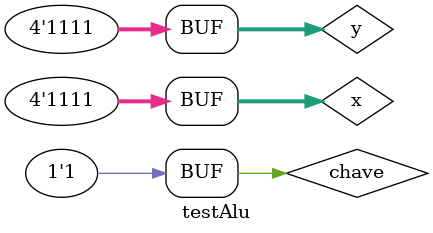
<source format=v>

module mux (output s, input a, input b, input chave);
  wire s,w1,w2,w3;

  and and1 (w1,a,chave);
  not not1 (w2,chave);
  and and2 (w3,b,w2);
  or  or1  (s,w1,w3);

endmodule

module fourbitor (output s, input [3:0] a, input [3:0] b);
  wire w1,w2,w3,w4,w5,w6;
  
  or (w1,a[3],b[3]);
  or (w2,a[2],b[2]);
  or (w3,a[1],b[1]);
  or (w4,a[0],b[0]);
  or (w5,w1,w2);
  or (w6,w3,w4);
  or (s,w5,w6);
  
endmodule

module fourbitand (output s, input [3:0] a, input [3:0] b);
  wire w1,w2,w3,w4,w5,w6;
  
  and (w1,a[3],b[3]);
  and (w2,a[2],b[2]);
  and (w3,a[1],b[1]);
  and (w4,a[0],b[0]);
  and (w5,w1,w2);
  and (w6,w3,w4);
  and (s,w5,w6);
  
endmodule


module testAlu;
  reg [3:0] x;
  reg [3:0] y;
  reg chave;
  wire s0,s1,s2;

  initial begin
    x = 4'b0000;
    y = 4'b0000;
    chave = 1'b0;
  end

  fourbitand andprincipal (s1,x,y);
  fourbitor   orprincipal (s2,x,y);

  mux mux1 (s,s1,s2,chave);
  initial begin
  $display ("Exemplo0032 - Autor: Eduardo Botelho - 427395");
  $display ("Chave = 0 -> OR / Chave = 1 -> AND");
  $display ("a    b     chave  s");
  $monitor ("%3b %3b    %b     %b",x,y,chave,s);
  	#1 x=4'b0000; y=4'b0001;
	#1 x=4'b0000; y=4'b0010; chave = 1'b1;
	#1 x=4'b0011; y=4'b0011;
	#1 x=4'b0100; y=4'b0100;
	#1 x=4'b1000; y=4'b0101;
	#1 x=4'b1000; y=4'b0110;
	#1 x=4'b1000; y=4'b0111;
	#1 x=4'b0110; y=4'b1000;
	#1 x=4'b0110; y=4'b1001; chave = 1'b0;
	#1 x=4'b0010; y=4'b1010;
	#1 x=4'b0001; y=4'b1011;
	#1 x=4'b0001; y=4'b1100;
	#1 x=4'b1110; y=4'b1101;
	#1 x=4'b0010; y=4'b1110;
	#1 x=4'b1111; y=4'b1111;
	#1 chave = 1'b1;
	end
endmodule
</source>
